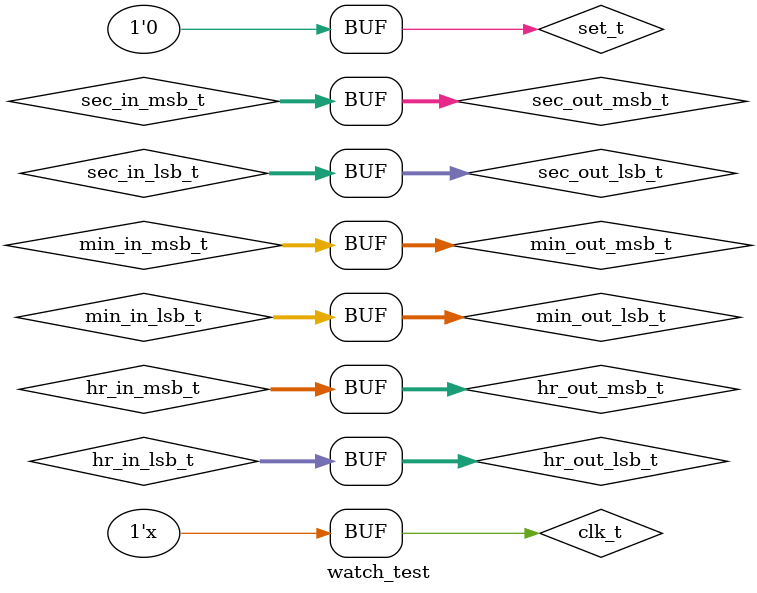
<source format=v>
`timescale 1ns/1ps
module watch_test();
reg [3:0] sec_in_lsb_t, sec_in_msb_t, min_in_lsb_t, min_in_msb_t, hr_in_lsb_t, hr_in_msb_t;
reg set_t, clk_t;
wire [3:0] sec_out_lsb_t, sec_out_msb_t,min_out_lsb_t, min_out_msb_t,hr_out_lsb_t, hr_out_msb_t;
assign sec_out_lsb_t = sec_in_lsb_t;
assign sec_out_msb_t = sec_in_msb_t;
assign min_out_lsb_t = min_in_lsb_t;
assign min_out_msb_t = min_in_msb_t;
assign hr_out_lsb_t = hr_in_lsb_t;
assign hr_out_msb_t = hr_in_msb_t;

watch test_watch (sec_in_lsb_t, sec_in_msb_t, min_in_lsb_t, min_in_msb_t, hr_in_lsb_t, hr_in_msb_t, set_t,clk_t,sec_out_lsb_t, sec_out_msb_t,min_out_lsb_t, min_out_msb_t,hr_out_lsb_t, hr_out_msb_t);

initial begin
	clk_t = 0;
	set_t = 0;
	sec_in_lsb_t= 0;
	sec_in_msb_t = 0;
	min_in_lsb_t= 0;
	min_in_msb_t = 0;
	hr_in_lsb_t= 0;
	hr_in_msb_t = 0;
	
	#1
	// Test 60 sec rollover
	// Set time as 03:45:53
	set_t = 1;
	sec_in_lsb_t = 3;
	sec_in_msb_t = 5;
	min_in_lsb_t= 5;
	min_in_msb_t = 4;
	hr_in_lsb_t= 3;
	hr_in_msb_t = 0;
	
	#1
	set_t = 0;
	
	
	// Test 60 min rollover
	// Set time as 06:59:55
	#19
	set_t = 1;
	sec_in_lsb_t = 5;
	sec_in_msb_t = 5;
	min_in_lsb_t= 9;
	min_in_msb_t = 5;
	hr_in_lsb_t= 6;
	hr_in_msb_t = 0;
	
	#1
	set_t = 0;
	
	
	#150
	// Test 24 hour roll over
	// Set time as 23:59:55
	set_t = 1;
	sec_in_lsb_t = 5;
	sec_in_msb_t = 5;
	min_in_lsb_t= 9;
	min_in_msb_t = 5;
	hr_in_lsb_t= 3;
	hr_in_msb_t = 2;
	
	#1
	set_t = 0; 
	
	
	#20
	//Test frozen time
	set_t = 1;
	sec_in_lsb_t = 5;
	sec_in_msb_t = 5;
	min_in_lsb_t= 8;
	min_in_msb_t = 5;
	hr_in_lsb_t= 6;
	hr_in_msb_t = 0;
	
	#20
	set_t = 0;
	
end

/*
//Uncomment this for getting the final vcd output file.
initial begin
	$dumpfile("watch_250ns.vcd");
	$dumpvars(0, watch_test);
	#250;
	$finish;
end
*/

always
	#1 clk_t = ~clk_t;
	
always @(posedge clk_t) begin
	if (sec_in_lsb_t == 4'd9 && set_t == 0) 
	begin
		sec_in_lsb_t <= 4'd0;
		if (sec_in_msb_t == 4'd5) 
		begin
			sec_in_msb_t <= 4'd0;
			if (min_in_lsb_t == 4'd9) 
			begin
				min_in_lsb_t <= 4'd0;
				if (min_in_msb_t == 4'd5) 
				begin
					min_in_msb_t <= 4'd0;
					if (hr_in_lsb_t == 4'd3 && hr_in_msb_t == 4'd2) 
					begin
						hr_in_lsb_t <= 4'd0;
						hr_in_msb_t <= 4'd0;
					end 
					else 
					begin
						if (hr_in_lsb_t == 4'd9)
						begin
							hr_in_lsb_t <= 0;
							hr_in_msb_t <= hr_in_msb_t + 1;
						end
						else
						begin
							hr_in_lsb_t <= hr_in_lsb_t + 1;
						end
					end
				end 
				else 
				begin
					min_in_msb_t <= min_in_msb_t + 1;
				end
			end 
			else 
			begin
				min_in_lsb_t <= min_in_lsb_t + 1;
			end
		end 
		else 
		begin
			sec_in_msb_t <= sec_in_msb_t + 1;
		end
	end
	else 
	begin
		if (set_t == 0)
		begin
			sec_in_lsb_t <= sec_in_lsb_t + 1;
		end
	end
end
endmodule


</source>
